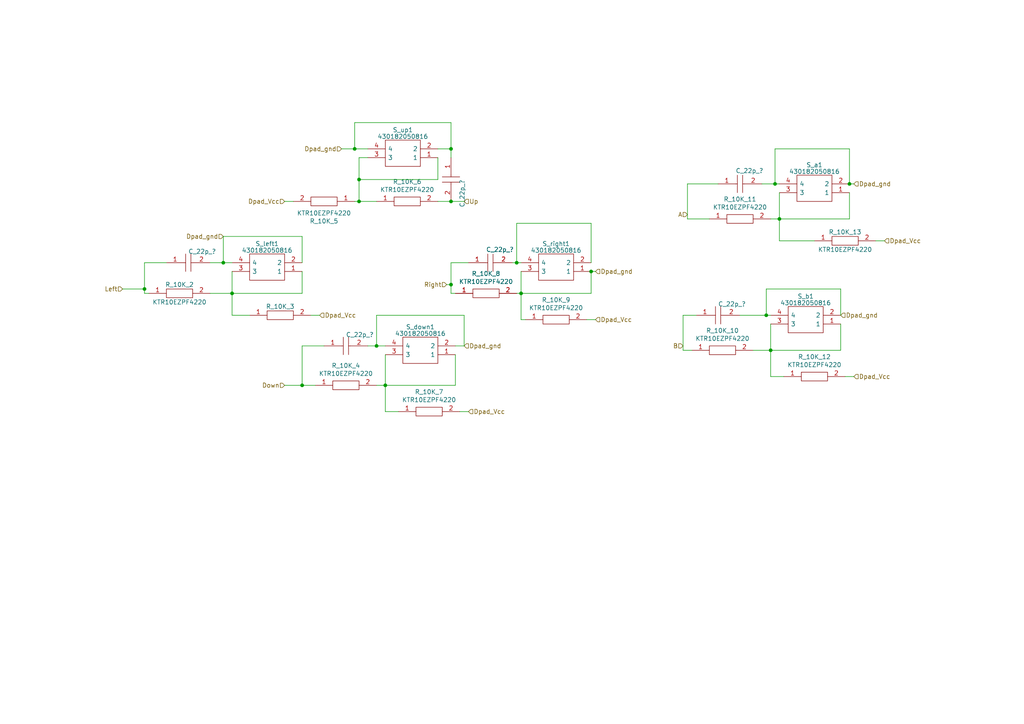
<source format=kicad_sch>
(kicad_sch (version 20230121) (generator eeschema)
  (paper "A4")
  (title_block (title "Dpad with debouncing filter") (date "2023-07-03") (rev "V1.0") (company "Making Devices") (comment 1 "Rubén G.S."))
  (lib_symbols
    (symbol "PicBytesMicro-rescue:GCG21BR71H154KA01K-SamacSys_Parts" (pin_names (offset 0.762))
      (property "Reference" "C" (at 8.89 6.35 0))
      (property "Value" "GCG21BR71H154KA01K-SamacSys_Parts" (at 8.89 3.81 0))
      (symbol "GCG21BR71H154KA01K-SamacSys_Parts_0_0"
        (pin passive line (at 0 0 0) (length 5.08) (name "~") (number "1"))
        (pin passive line (at 12.7 0 180) (length 5.08) (name "~") (number "2"))
      )
      (symbol "GCG21BR71H154KA01K-SamacSys_Parts_0_1"
        (polyline (pts (xy 5.08 0) (xy 5.588 0)) (stroke (width 0.1524)))
        (polyline (pts (xy 5.588 2.54) (xy 5.588 -2.54)) (stroke (width 0.1524)))
        (polyline (pts (xy 7.112 0) (xy 7.62 0)) (stroke (width 0.1524)))
        (polyline (pts (xy 7.112 2.54) (xy 7.112 -2.54)) (stroke (width 0.1524)))
      )
    )
    (symbol "PicBytesMicro-rescue:KTR10EZPF4220-SamacSys_Parts" (pin_names (offset 0.762))
      (property "Reference" "R" (at 13.97 6.35 0))
      (property "Value" "KTR10EZPF4220-SamacSys_Parts" (at 13.97 3.81 0))
      (symbol "KTR10EZPF4220-SamacSys_Parts_0_0"
        (pin passive line (at 0 0 0) (length 5.08) (name "~") (number "1"))
        (pin passive line (at 17.78 0 180) (length 5.08) (name "~") (number "2"))
      )
      (symbol "KTR10EZPF4220-SamacSys_Parts_0_1"
        (polyline (pts (xy 5.08 1.27) (xy 12.7 1.27) (xy 12.7 -1.27) (xy 5.08 -1.27) (xy 5.08 1.27)) (stroke (width 0.1524)))
      )
    )
    (symbol "User_lib:430182050816" (pin_names (offset 0.762))
      (property "Reference" "S" (at 16.51 7.62 0))
      (property "Value" "430182050816" (at 16.51 5.08 0))
      (symbol "430182050816_0_0"
        (pin passive line (at 0 0 0) (length 5.08) (name "1") (number "1"))
        (pin passive line (at 0 -2.54 0) (length 5.08) (name "2") (number "2"))
        (pin passive line (at 20.32 0 180) (length 5.08) (name "3") (number "3"))
        (pin passive line (at 20.32 -2.54 180) (length 5.08) (name "4") (number "4"))
      )
      (symbol "430182050816_0_1"
        (polyline (pts (xy 5.08 2.54) (xy 15.24 2.54) (xy 15.24 -5.08) (xy 5.08 -5.08) (xy 5.08 2.54)) (stroke (width 0.1524)))
      )
    )
  )
  (junction (at 130.81 58.42))
  (junction (at 246.38 53.34))
  (junction (at 151.13 85.09))
  (junction (at 223.52 101.6))
  (junction (at 104.14 52.07))
  (junction (at 64.77 76.2))
  (junction (at 41.91 83.82))
  (junction (at 224.79 53.34))
  (junction (at 171.45 78.74))
  (junction (at 149.86 76.2))
  (junction (at 102.87 43.18))
  (junction (at 104.14 58.42))
  (junction (at 67.31 85.09))
  (junction (at 87.63 111.76))
  (junction (at 130.81 43.18))
  (junction (at 226.06 63.5))
  (junction (at 109.22 100.33))
  (junction (at 130.81 82.55))
  (junction (at 111.76 111.76))
  (junction (at 222.25 91.44))
  (wire (pts (xy 99.06 43.18) (xy 102.87 43.18)))
  (wire (pts (xy 132.08 111.76) (xy 132.08 102.87)))
  (wire (pts (xy 199.39 53.34) (xy 199.39 63.5)))
  (wire (pts (xy 151.13 85.09) (xy 171.45 85.09)))
  (wire (pts (xy 224.79 53.34) (xy 226.06 53.34)))
  (wire (pts (xy 224.79 43.18) (xy 246.38 43.18)))
  (wire (pts (xy 149.86 76.2) (xy 151.13 76.2)))
  (wire (pts (xy 67.31 78.74) (xy 67.31 85.09)))
  (wire (pts (xy 220.98 53.34) (xy 224.79 53.34)))
  (wire (pts (xy 104.14 52.07) (xy 127 52.07)))
  (wire (pts (xy 48.26 76.2) (xy 41.91 76.2)))
  (wire (pts (xy 102.87 35.56) (xy 102.87 43.18)))
  (wire (pts (xy 87.63 100.33) (xy 87.63 111.76)))
  (wire (pts (xy 214.63 91.44) (xy 222.25 91.44)))
  (wire (pts (xy 135.89 76.2) (xy 130.81 76.2)))
  (wire (pts (xy 224.79 43.18) (xy 224.79 53.34)))
  (wire (pts (xy 171.45 76.2) (xy 171.45 64.77)))
  (wire (pts (xy 129.54 82.55) (xy 130.81 82.55)))
  (wire (pts (xy 87.63 111.76) (xy 91.44 111.76)))
  (wire (pts (xy 130.81 58.42) (xy 134.62 58.42)))
  (wire (pts (xy 226.06 63.5) (xy 246.38 63.5)))
  (wire (pts (xy 226.06 55.88) (xy 226.06 63.5)))
  (wire (pts (xy 246.38 53.34) (xy 247.65 53.34)))
  (wire (pts (xy 82.55 58.42) (xy 85.09 58.42)))
  (wire (pts (xy 67.31 85.09) (xy 87.63 85.09)))
  (wire (pts (xy 111.76 102.87) (xy 111.76 111.76)))
  (wire (pts (xy 256.54 69.85) (xy 254 69.85)))
  (wire (pts (xy 200.66 101.6) (xy 198.12 101.6)))
  (wire (pts (xy 247.65 109.22) (xy 245.11 109.22)))
  (wire (pts (xy 223.52 101.6) (xy 243.84 101.6)))
  (wire (pts (xy 199.39 53.34) (xy 208.28 53.34)))
  (wire (pts (xy 201.93 91.44) (xy 198.12 91.44)))
  (wire (pts (xy 246.38 55.88) (xy 246.38 63.5)))
  (wire (pts (xy 135.89 119.38) (xy 133.35 119.38)))
  (wire (pts (xy 35.56 83.82) (xy 41.91 83.82)))
  (wire (pts (xy 127 58.42) (xy 130.81 58.42)))
  (wire (pts (xy 223.52 63.5) (xy 226.06 63.5)))
  (wire (pts (xy 109.22 91.44) (xy 134.62 91.44)))
  (wire (pts (xy 171.45 78.74) (xy 171.45 85.09)))
  (wire (pts (xy 92.71 91.44) (xy 90.17 91.44)))
  (wire (pts (xy 243.84 93.98) (xy 243.84 101.6)))
  (wire (pts (xy 64.77 76.2) (xy 67.31 76.2)))
  (wire (pts (xy 130.81 45.72) (xy 130.81 43.18)))
  (wire (pts (xy 218.44 101.6) (xy 223.52 101.6)))
  (wire (pts (xy 149.86 64.77) (xy 149.86 76.2)))
  (wire (pts (xy 226.06 69.85) (xy 226.06 63.5)))
  (wire (pts (xy 127 43.18) (xy 130.81 43.18)))
  (wire (pts (xy 246.38 53.34) (xy 246.38 43.18)))
  (wire (pts (xy 106.68 45.72) (xy 104.14 45.72)))
  (wire (pts (xy 41.91 83.82) (xy 41.91 85.09)))
  (wire (pts (xy 172.72 92.71) (xy 170.18 92.71)))
  (wire (pts (xy 102.87 43.18) (xy 106.68 43.18)))
  (wire (pts (xy 223.52 93.98) (xy 223.52 101.6)))
  (wire (pts (xy 149.86 85.09) (xy 151.13 85.09)))
  (wire (pts (xy 104.14 45.72) (xy 104.14 52.07)))
  (wire (pts (xy 72.39 91.44) (xy 67.31 91.44)))
  (wire (pts (xy 82.55 111.76) (xy 87.63 111.76)))
  (wire (pts (xy 130.81 85.09) (xy 132.08 85.09)))
  (wire (pts (xy 41.91 76.2) (xy 41.91 83.82)))
  (wire (pts (xy 87.63 76.2) (xy 87.63 68.58)))
  (wire (pts (xy 148.59 76.2) (xy 149.86 76.2)))
  (wire (pts (xy 223.52 109.22) (xy 223.52 101.6)))
  (wire (pts (xy 64.77 76.2) (xy 64.77 68.58)))
  (wire (pts (xy 64.77 68.58) (xy 87.63 68.58)))
  (wire (pts (xy 149.86 64.77) (xy 171.45 64.77)))
  (wire (pts (xy 151.13 78.74) (xy 151.13 85.09)))
  (wire (pts (xy 109.22 58.42) (xy 104.14 58.42)))
  (wire (pts (xy 152.4 92.71) (xy 151.13 92.71)))
  (wire (pts (xy 130.81 43.18) (xy 130.81 35.56)))
  (wire (pts (xy 198.12 91.44) (xy 198.12 101.6)))
  (wire (pts (xy 130.81 76.2) (xy 130.81 82.55)))
  (wire (pts (xy 60.96 76.2) (xy 64.77 76.2)))
  (wire (pts (xy 109.22 100.33) (xy 111.76 100.33)))
  (wire (pts (xy 130.81 82.55) (xy 130.81 85.09)))
  (wire (pts (xy 243.84 91.44) (xy 243.84 83.82)))
  (wire (pts (xy 151.13 92.71) (xy 151.13 85.09)))
  (wire (pts (xy 60.96 85.09) (xy 67.31 85.09)))
  (wire (pts (xy 111.76 119.38) (xy 111.76 111.76)))
  (wire (pts (xy 102.87 35.56) (xy 130.81 35.56)))
  (wire (pts (xy 222.25 83.82) (xy 222.25 91.44)))
  (wire (pts (xy 205.74 63.5) (xy 199.39 63.5)))
  (wire (pts (xy 171.45 78.74) (xy 172.72 78.74)))
  (wire (pts (xy 134.62 100.33) (xy 134.62 91.44)))
  (wire (pts (xy 115.57 119.38) (xy 111.76 119.38)))
  (wire (pts (xy 109.22 111.76) (xy 111.76 111.76)))
  (wire (pts (xy 127 45.72) (xy 127 52.07)))
  (wire (pts (xy 109.22 91.44) (xy 109.22 100.33)))
  (wire (pts (xy 104.14 58.42) (xy 104.14 52.07)))
  (wire (pts (xy 41.91 85.09) (xy 43.18 85.09)))
  (wire (pts (xy 111.76 111.76) (xy 132.08 111.76)))
  (wire (pts (xy 93.98 100.33) (xy 87.63 100.33)))
  (wire (pts (xy 87.63 78.74) (xy 87.63 85.09)))
  (wire (pts (xy 106.68 100.33) (xy 109.22 100.33)))
  (wire (pts (xy 67.31 85.09) (xy 67.31 91.44)))
  (wire (pts (xy 102.87 58.42) (xy 104.14 58.42)))
  (wire (pts (xy 236.22 69.85) (xy 226.06 69.85)))
  (wire (pts (xy 222.25 91.44) (xy 223.52 91.44)))
  (wire (pts (xy 132.08 100.33) (xy 134.62 100.33)))
  (wire (pts (xy 227.33 109.22) (xy 223.52 109.22)))
  (wire (pts (xy 222.25 83.82) (xy 243.84 83.82)))
  (hierarchical_label "Dpad_Vcc" (shape input) (at 247.65 109.22 0))
  (hierarchical_label "Dpad_Vcc" (shape input) (at 172.72 92.71 0))
  (hierarchical_label "Dpad_Vcc" (shape input) (at 92.71 91.44 0))
  (hierarchical_label "Dpad_gnd" (shape input) (at 172.72 78.74 0))
  (hierarchical_label "Dpad_Vcc" (shape input) (at 135.89 119.38 0))
  (hierarchical_label "Dpad_Vcc" (shape input) (at 256.54 69.85 0))
  (hierarchical_label "Left" (shape input) (at 35.56 83.82 180))
  (hierarchical_label "A" (shape input) (at 199.39 62.23 180))
  (hierarchical_label "Up" (shape input) (at 134.62 58.42 0))
  (hierarchical_label "Dpad_gnd" (shape input) (at 243.84 91.44 0))
  (hierarchical_label "Dpad_gnd" (shape input) (at 64.77 68.58 180))
  (hierarchical_label "B" (shape input) (at 198.12 100.33 180))
  (hierarchical_label "Down" (shape input) (at 82.55 111.76 180))
  (hierarchical_label "Right" (shape input) (at 129.54 82.55 180))
  (hierarchical_label "Dpad_gnd" (shape input) (at 99.06 43.18 180))
  (hierarchical_label "Dpad_gnd" (shape input) (at 134.62 100.33 0))
  (hierarchical_label "Dpad_Vcc" (shape input) (at 82.55 58.42 180))
  (hierarchical_label "Dpad_gnd" (shape input) (at 247.65 53.34 0))
  (symbol (lib_id "PicBytesMicro-rescue:KTR10EZPF4220-SamacSys_Parts") (at 227.33 109.22 0) (unit 1)
    (property "Reference" "R_10K_12" (at 236.22 103.505 0))
    (property "Value" "KTR10EZPF4220" (at 236.22 105.8164 0))
    (property "Footprint" "RESC2012X65N" (effects hide))
    (property "Datasheet" "http://rohmfs.rohm.com/en/products/databook/datasheet/passive/resistor/chip_resistor/ktr.pdf" (effects hide))
    (property "Description" "ROHM 0805 Resistor Chip" (effects hide))
    (property "Height" "0.65" (effects hide))
    (property "Manufacturer_Name" "ROHM Semiconductor" (effects hide))
    (property "Manufacturer_Part_Number" "KTR10EZPF4220" (effects hide))
  )
  (symbol (lib_id "PicBytesMicro-rescue:KTR10EZPF4220-SamacSys_Parts") (at 236.22 69.85 0) (unit 1)
    (property "Reference" "R_10K_13" (at 245.11 67.31 0))
    (property "Value" "KTR10EZPF4220" (at 245.11 72.39 0))
    (property "Footprint" "RESC2012X65N" (effects hide))
    (property "Datasheet" "http://rohmfs.rohm.com/en/products/databook/datasheet/passive/resistor/chip_resistor/ktr.pdf" (effects hide))
    (property "Description" "ROHM 0805 Resistor Chip" (effects hide))
    (property "Height" "0.65" (effects hide))
    (property "Manufacturer_Name" "ROHM Semiconductor" (effects hide))
    (property "Manufacturer_Part_Number" "KTR10EZPF4220" (effects hide))
  )
  (symbol (lib_id "PicBytesMicro-rescue:KTR10EZPF4220-SamacSys_Parts") (at 152.4 92.71 0) (unit 1)
    (property "Reference" "R_10K_9" (at 161.29 86.995 0))
    (property "Value" "KTR10EZPF4220" (at 161.29 89.3064 0))
    (property "Footprint" "RESC2012X65N" (effects hide))
    (property "Datasheet" "http://rohmfs.rohm.com/en/products/databook/datasheet/passive/resistor/chip_resistor/ktr.pdf" (effects hide))
    (property "Description" "ROHM 0805 Resistor Chip" (effects hide))
    (property "Height" "0.65" (effects hide))
    (property "Manufacturer_Name" "ROHM Semiconductor" (effects hide))
    (property "Manufacturer_Part_Number" "KTR10EZPF4220" (effects hide))
  )
  (symbol (lib_id "PicBytesMicro-rescue:KTR10EZPF4220-SamacSys_Parts") (at 109.22 58.42 0) (unit 1)
    (property "Reference" "R_10K_6" (at 118.11 52.705 0))
    (property "Value" "KTR10EZPF4220" (at 118.11 55.0164 0))
    (property "Footprint" "RESC2012X65N" (effects hide))
    (property "Datasheet" "http://rohmfs.rohm.com/en/products/databook/datasheet/passive/resistor/chip_resistor/ktr.pdf" (effects hide))
    (property "Description" "ROHM 0805 Resistor Chip" (effects hide))
    (property "Height" "0.65" (effects hide))
    (property "Manufacturer_Name" "ROHM Semiconductor" (effects hide))
    (property "Manufacturer_Part_Number" "KTR10EZPF4220" (effects hide))
  )
  (symbol (lib_id "PicBytesMicro-rescue:KTR10EZPF4220-SamacSys_Parts") (at 72.39 91.44 0) (unit 1)
    (property "Reference" "R_10K_3" (at 81.28 88.9 0))
    (property "Value" "KTR10EZPF4220" (effects hide))
    (property "Footprint" "RESC2012X65N" (effects hide))
    (property "Datasheet" "http://rohmfs.rohm.com/en/products/databook/datasheet/passive/resistor/chip_resistor/ktr.pdf" (effects hide))
    (property "Description" "ROHM 0805 Resistor Chip" (effects hide))
    (property "Height" "0.65" (effects hide))
    (property "Manufacturer_Name" "ROHM Semiconductor" (effects hide))
    (property "Manufacturer_Part_Number" "KTR10EZPF4220" (effects hide))
  )
  (symbol (lib_id "PicBytesMicro-rescue:KTR10EZPF4220-SamacSys_Parts") (at 115.57 119.38 0) (unit 1)
    (property "Reference" "R_10K_7" (at 124.46 113.665 0))
    (property "Value" "KTR10EZPF4220" (at 124.46 115.9764 0))
    (property "Footprint" "RESC2012X65N" (effects hide))
    (property "Datasheet" "http://rohmfs.rohm.com/en/products/databook/datasheet/passive/resistor/chip_resistor/ktr.pdf" (effects hide))
    (property "Description" "ROHM 0805 Resistor Chip" (effects hide))
    (property "Height" "0.65" (effects hide))
    (property "Manufacturer_Name" "ROHM Semiconductor" (effects hide))
    (property "Manufacturer_Part_Number" "KTR10EZPF4220" (effects hide))
  )
  (symbol (lib_id "User_lib:430182050816") (at 246.38 55.88 180) (unit 1)
    (property "Reference" "S_a1" (at 236.22 47.8409 0))
    (property "Value" "430182050816" (at 236.22 49.7619 0))
    (property "Footprint" "430182070816" (effects hide))
    (property "Datasheet" "http://katalog.we-online.de/em/datasheet/4301x2xxx8x6.pdf" (effects hide))
    (property "Description" "Black Tactile Tactile Switch, NO 50 mA 1.6mm Surface Mount" (effects hide))
    (property "Mouser Part Number" "710-430182050816" (effects hide))
    (property "Mouser Price/Stock" "https://www.mouser.co.uk/ProductDetail/Wurth-Elektronik/430182050816?qs=wr8lucFkNMUyle0jQPgWGw%3D%3D" (effects hide))
    (property "Manufacturer_Name" "Wurth Elektronik" (effects hide))
    (property "Manufacturer_Part_Number" "430182050816" (effects hide))
  )
  (symbol (lib_id "PicBytesMicro-rescue:KTR10EZPF4220-SamacSys_Parts") (at 200.66 101.6 0) (unit 1)
    (property "Reference" "R_10K_10" (at 209.55 95.885 0))
    (property "Value" "KTR10EZPF4220" (at 209.55 98.1964 0))
    (property "Footprint" "User_lib:RESC2012X75N" (effects hide))
    (property "Datasheet" "http://rohmfs.rohm.com/en/products/databook/datasheet/passive/resistor/chip_resistor/ktr.pdf" (effects hide))
    (property "Description" "ROHM 0805 Resistor Chip" (effects hide))
    (property "Height" "0.65" (effects hide))
    (property "Manufacturer_Name" "ROHM Semiconductor" (effects hide))
    (property "Manufacturer_Part_Number" "KTR10EZPF4220" (effects hide))
  )
  (symbol (lib_id "User_lib:430182050816") (at 171.45 78.74 180) (unit 1)
    (property "Reference" "S_right1" (at 161.29 70.7009 0))
    (property "Value" "430182050816" (at 161.29 72.6219 0))
    (property "Footprint" "430182070816" (effects hide))
    (property "Datasheet" "http://katalog.we-online.de/em/datasheet/4301x2xxx8x6.pdf" (effects hide))
    (property "Description" "Black Tactile Tactile Switch, NO 50 mA 1.6mm Surface Mount" (effects hide))
    (property "Mouser Part Number" "710-430182050816" (effects hide))
    (property "Mouser Price/Stock" "https://www.mouser.co.uk/ProductDetail/Wurth-Elektronik/430182050816?qs=wr8lucFkNMUyle0jQPgWGw%3D%3D" (effects hide))
    (property "Manufacturer_Name" "Wurth Elektronik" (effects hide))
    (property "Manufacturer_Part_Number" "430182050816" (effects hide))
  )
  (symbol (lib_id "PicBytesMicro-rescue:KTR10EZPF4220-SamacSys_Parts") (at 205.74 63.5 0) (unit 1)
    (property "Reference" "R_10K_11" (at 214.63 57.785 0))
    (property "Value" "KTR10EZPF4220" (at 214.63 60.0964 0))
    (property "Footprint" "User_lib:RESC2012X75N" (effects hide))
    (property "Datasheet" "http://rohmfs.rohm.com/en/products/databook/datasheet/passive/resistor/chip_resistor/ktr.pdf" (effects hide))
    (property "Description" "ROHM 0805 Resistor Chip" (effects hide))
    (property "Height" "0.65" (effects hide))
    (property "Manufacturer_Name" "ROHM Semiconductor" (effects hide))
    (property "Manufacturer_Part_Number" "KTR10EZPF4220" (effects hide))
  )
  (symbol (lib_id "PicBytesMicro-rescue:GCG21BR71H154KA01K-SamacSys_Parts") (at 130.81 45.72 270) (unit 1)
    (property "Reference" "C_22p_?" (at 134.0612 52.07 0) (effects (justify left)))
    (property "Value" "GCG21BR71H154KA01K" (effects hide))
    (property "Footprint" "User_lib:CAPC2012X140N" (effects hide))
    (property "Datasheet" "https://psearch.en.murata.com/capacitor/product/GCG21BR71H154KA01%23.html" (effects hide))
    (property "Description" "Capacitor L=2.0mm W=1.25mm T=1.25mm" (effects hide))
    (property "Height" "1.45" (effects hide))
    (property "Manufacturer_Name" "Murata Electronics" (effects hide))
    (property "Manufacturer_Part_Number" "GCG21BR71H154KA01K" (effects hide))
    (instances (project "PicBytesMicro" (path "" (reference "C_22p_?") (unit 1)) (path "" (reference "C_100F_1") (unit 1))))
  )
  (symbol (lib_id "PicBytesMicro-rescue:KTR10EZPF4220-SamacSys_Parts") (at 91.44 111.76 0) (unit 1)
    (property "Reference" "R_10K_4" (at 100.33 106.045 0))
    (property "Value" "KTR10EZPF4220" (at 100.33 108.3564 0))
    (property "Footprint" "User_lib:RESC2012X75N" (effects hide))
    (property "Datasheet" "http://rohmfs.rohm.com/en/products/databook/datasheet/passive/resistor/chip_resistor/ktr.pdf" (effects hide))
    (property "Description" "ROHM 0805 Resistor Chip" (effects hide))
    (property "Height" "0.65" (effects hide))
    (property "Manufacturer_Name" "ROHM Semiconductor" (effects hide))
    (property "Manufacturer_Part_Number" "KTR10EZPF4220" (effects hide))
  )
  (symbol (lib_id "PicBytesMicro-rescue:GCG21BR71H154KA01K-SamacSys_Parts") (at 135.89 76.2 0) (unit 1)
    (property "Reference" "C_22p_?" (at 140.97 72.39 0) (effects (justify left)))
    (property "Value" "GCG21BR71H154KA01K" (effects hide))
    (property "Footprint" "User_lib:CAPC2012X140N" (effects hide))
    (property "Datasheet" "https://psearch.en.murata.com/capacitor/product/GCG21BR71H154KA01%23.html" (effects hide))
    (property "Description" "Capacitor L=2.0mm W=1.25mm T=1.25mm" (effects hide))
    (property "Height" "1.45" (effects hide))
    (property "Manufacturer_Name" "Murata Electronics" (effects hide))
    (property "Manufacturer_Part_Number" "GCG21BR71H154KA01K" (effects hide))
    (instances (project "PicBytesMicro" (path "" (reference "C_22p_?") (unit 1)) (path "" (reference "C_22p_5") (unit 1))))
  )
  (symbol (lib_id "PicBytesMicro-rescue:KTR10EZPF4220-SamacSys_Parts") (at 102.87 58.42 180) (unit 1)
    (property "Reference" "R_10K_5" (at 93.98 64.135 0))
    (property "Value" "KTR10EZPF4220" (at 93.98 61.8236 0))
    (property "Footprint" "User_lib:RESC2012X75N" (effects hide))
    (property "Datasheet" "http://rohmfs.rohm.com/en/products/databook/datasheet/passive/resistor/chip_resistor/ktr.pdf" (effects hide))
    (property "Description" "ROHM 0805 Resistor Chip" (effects hide))
    (property "Height" "0.65" (effects hide))
    (property "Manufacturer_Name" "ROHM Semiconductor" (effects hide))
    (property "Manufacturer_Part_Number" "KTR10EZPF4220" (effects hide))
  )
  (symbol (lib_id "PicBytesMicro-rescue:GCG21BR71H154KA01K-SamacSys_Parts") (at 201.93 91.44 0) (unit 1)
    (property "Reference" "C_22p_?" (at 208.28 88.1888 0) (effects (justify left)))
    (property "Value" "GCG21BR71H154KA01K" (effects hide))
    (property "Footprint" "User_lib:CAPC2012X140N" (effects hide))
    (property "Datasheet" "https://psearch.en.murata.com/capacitor/product/GCG21BR71H154KA01%23.html" (effects hide))
    (property "Description" "Capacitor L=2.0mm W=1.25mm T=1.25mm" (effects hide))
    (property "Height" "1.45" (effects hide))
    (property "Manufacturer_Name" "Murata Electronics" (effects hide))
    (property "Manufacturer_Part_Number" "GCG21BR71H154KA01K" (effects hide))
    (instances (project "PicBytesMicro" (path "" (reference "C_22p_?") (unit 1)) (path "" (reference "C_22p_6") (unit 1))))
  )
  (symbol (lib_id "PicBytesMicro-rescue:GCG21BR71H154KA01K-SamacSys_Parts") (at 208.28 53.34 0) (unit 1)
    (property "Reference" "C_22p_?" (at 213.36 49.53 0) (effects (justify left)))
    (property "Value" "GCG21BR71H154KA01K" (effects hide))
    (property "Footprint" "User_lib:CAPC2012X140N" (effects hide))
    (property "Datasheet" "https://psearch.en.murata.com/capacitor/product/GCG21BR71H154KA01%23.html" (effects hide))
    (property "Description" "Capacitor L=2.0mm W=1.25mm T=1.25mm" (effects hide))
    (property "Height" "1.45" (effects hide))
    (property "Manufacturer_Name" "Murata Electronics" (effects hide))
    (property "Manufacturer_Part_Number" "GCG21BR71H154KA01K" (effects hide))
    (instances (project "PicBytesMicro" (path "" (reference "C_22p_?") (unit 1)) (path "" (reference "C_22p_7") (unit 1))))
  )
  (symbol (lib_id "User_lib:430182050816") (at 132.08 102.87 180) (unit 1)
    (property "Reference" "S_down1" (at 121.92 94.8309 0))
    (property "Value" "430182050816" (at 121.92 96.7519 0))
    (property "Footprint" "430182070816" (effects hide))
    (property "Datasheet" "http://katalog.we-online.de/em/datasheet/4301x2xxx8x6.pdf" (effects hide))
    (property "Description" "Black Tactile Tactile Switch, NO 50 mA 1.6mm Surface Mount" (effects hide))
    (property "Mouser Part Number" "710-430182050816" (effects hide))
    (property "Mouser Price/Stock" "https://www.mouser.co.uk/ProductDetail/Wurth-Elektronik/430182050816?qs=wr8lucFkNMUyle0jQPgWGw%3D%3D" (effects hide))
    (property "Manufacturer_Name" "Wurth Elektronik" (effects hide))
    (property "Manufacturer_Part_Number" "430182050816" (effects hide))
  )
  (symbol (lib_id "PicBytesMicro-rescue:KTR10EZPF4220-SamacSys_Parts") (at 132.08 85.09 0) (unit 1)
    (property "Reference" "R_10K_8" (at 140.97 79.375 0))
    (property "Value" "KTR10EZPF4220" (at 140.97 81.6864 0))
    (property "Footprint" "User_lib:RESC2012X75N" (effects hide))
    (property "Datasheet" "http://rohmfs.rohm.com/en/products/databook/datasheet/passive/resistor/chip_resistor/ktr.pdf" (effects hide))
    (property "Description" "ROHM 0805 Resistor Chip" (effects hide))
    (property "Height" "0.65" (effects hide))
    (property "Manufacturer_Name" "ROHM Semiconductor" (effects hide))
    (property "Manufacturer_Part_Number" "KTR10EZPF4220" (effects hide))
  )
  (symbol (lib_id "User_lib:430182050816") (at 127 45.72 180) (unit 1)
    (property "Reference" "S_up1" (at 116.84 37.6809 0))
    (property "Value" "430182050816" (at 116.84 39.6019 0))
    (property "Footprint" "430182070816" (effects hide))
    (property "Datasheet" "http://katalog.we-online.de/em/datasheet/4301x2xxx8x6.pdf" (effects hide))
    (property "Description" "Black Tactile Tactile Switch, NO 50 mA 1.6mm Surface Mount" (effects hide))
    (property "Mouser Part Number" "710-430182050816" (effects hide))
    (property "Mouser Price/Stock" "https://www.mouser.co.uk/ProductDetail/Wurth-Elektronik/430182050816?qs=wr8lucFkNMUyle0jQPgWGw%3D%3D" (effects hide))
    (property "Manufacturer_Name" "Wurth Elektronik" (effects hide))
    (property "Manufacturer_Part_Number" "430182050816" (effects hide))
  )
  (symbol (lib_id "PicBytesMicro-rescue:KTR10EZPF4220-SamacSys_Parts") (at 43.18 85.09 0) (unit 1)
    (property "Reference" "R_10K_2" (at 52.07 82.55 0))
    (property "Value" "KTR10EZPF4220" (at 52.07 87.63 0))
    (property "Footprint" "User_lib:RESC2012X75N" (effects hide))
    (property "Datasheet" "http://rohmfs.rohm.com/en/products/databook/datasheet/passive/resistor/chip_resistor/ktr.pdf" (effects hide))
    (property "Description" "ROHM 0805 Resistor Chip" (effects hide))
    (property "Height" "0.65" (effects hide))
    (property "Manufacturer_Name" "ROHM Semiconductor" (effects hide))
    (property "Manufacturer_Part_Number" "KTR10EZPF4220" (effects hide))
  )
  (symbol (lib_id "User_lib:430182050816") (at 243.84 93.98 180) (unit 1)
    (property "Reference" "S_b1" (at 233.68 85.9409 0))
    (property "Value" "430182050816" (at 233.68 87.8619 0))
    (property "Footprint" "430182070816" (effects hide))
    (property "Datasheet" "http://katalog.we-online.de/em/datasheet/4301x2xxx8x6.pdf" (effects hide))
    (property "Description" "Black Tactile Tactile Switch, NO 50 mA 1.6mm Surface Mount" (effects hide))
    (property "Mouser Part Number" "710-430182050816" (effects hide))
    (property "Mouser Price/Stock" "https://www.mouser.co.uk/ProductDetail/Wurth-Elektronik/430182050816?qs=wr8lucFkNMUyle0jQPgWGw%3D%3D" (effects hide))
    (property "Manufacturer_Name" "Wurth Elektronik" (effects hide))
    (property "Manufacturer_Part_Number" "430182050816" (effects hide))
  )
  (symbol (lib_id "PicBytesMicro-rescue:GCG21BR71H154KA01K-SamacSys_Parts") (at 48.26 76.2 0) (unit 1)
    (property "Reference" "C_22p_?" (at 54.61 72.9488 0) (effects (justify left)))
    (property "Value" "GCG21BR71H154KA01K" (effects hide))
    (property "Footprint" "User_lib:CAPC2012X140N" (effects hide))
    (property "Datasheet" "https://psearch.en.murata.com/capacitor/product/GCG21BR71H154KA01%23.html" (effects hide))
    (property "Description" "Capacitor L=2.0mm W=1.25mm T=1.25mm" (effects hide))
    (property "Height" "1.45" (effects hide))
    (property "Manufacturer_Name" "Murata Electronics" (effects hide))
    (property "Manufacturer_Part_Number" "GCG21BR71H154KA01K" (effects hide))
    (instances (project "PicBytesMicro" (path "" (reference "C_22p_?") (unit 1)) (path "" (reference "C_22p_3") (unit 1))))
  )
  (symbol (lib_id "PicBytesMicro-rescue:GCG21BR71H154KA01K-SamacSys_Parts") (at 93.98 100.33 0) (unit 1)
    (property "Reference" "C_22p_?" (at 100.33 97.0788 0) (effects (justify left)))
    (property "Value" "GCG21BR71H154KA01K" (effects hide))
    (property "Footprint" "User_lib:CAPC2012X140N" (effects hide))
    (property "Datasheet" "https://psearch.en.murata.com/capacitor/product/GCG21BR71H154KA01%23.html" (effects hide))
    (property "Description" "Capacitor L=2.0mm W=1.25mm T=1.25mm" (effects hide))
    (property "Height" "1.45" (effects hide))
    (property "Manufacturer_Name" "Murata Electronics" (effects hide))
    (property "Manufacturer_Part_Number" "GCG21BR71H154KA01K" (effects hide))
    (instances (project "PicBytesMicro" (path "" (reference "C_22p_?") (unit 1)) (path "" (reference "C_22p_4") (unit 1))))
  )
  (symbol (lib_id "User_lib:430182050816") (at 87.63 78.74 180) (unit 1)
    (property "Reference" "S_left1" (at 77.47 70.7009 0))
    (property "Value" "430182050816" (at 77.47 72.6219 0))
    (property "Footprint" "430182070816" (effects hide))
    (property "Datasheet" "http://katalog.we-online.de/em/datasheet/4301x2xxx8x6.pdf" (effects hide))
    (property "Description" "Black Tactile Tactile Switch, NO 50 mA 1.6mm Surface Mount" (effects hide))
    (property "Mouser Part Number" "710-430182050816" (effects hide))
    (property "Mouser Price/Stock" "https://www.mouser.co.uk/ProductDetail/Wurth-Elektronik/430182050816?qs=wr8lucFkNMUyle0jQPgWGw%3D%3D" (effects hide))
    (property "Manufacturer_Name" "Wurth Elektronik" (effects hide))
    (property "Manufacturer_Part_Number" "430182050816" (effects hide))
  )
)
</source>
